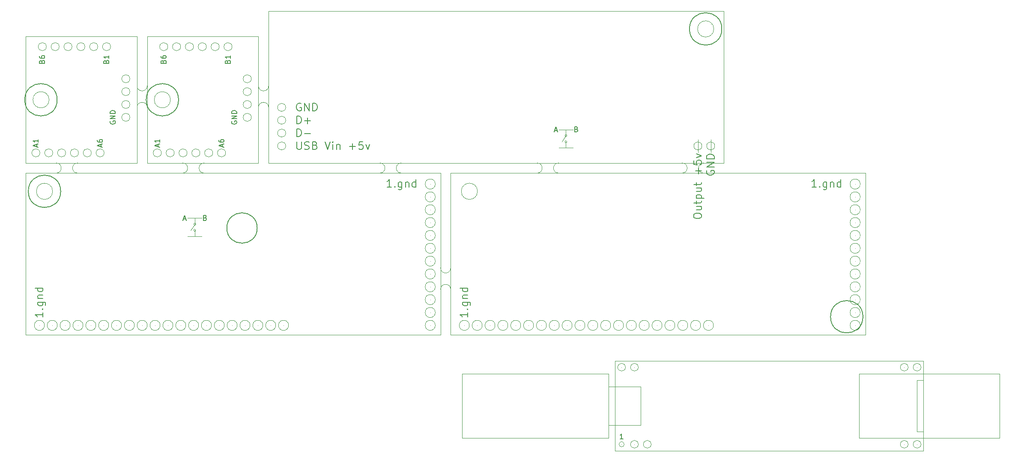
<source format=gbr>
%TF.GenerationSoftware,KiCad,Pcbnew,(6.0.5)*%
%TF.CreationDate,2022-08-13T10:27:20+02:00*%
%TF.ProjectId,clarinoid-devboard,636c6172-696e-46f6-9964-2d646576626f,rev?*%
%TF.SameCoordinates,Original*%
%TF.FileFunction,Other,Comment*%
%FSLAX46Y46*%
G04 Gerber Fmt 4.6, Leading zero omitted, Abs format (unit mm)*
G04 Created by KiCad (PCBNEW (6.0.5)) date 2022-08-13 10:27:20*
%MOMM*%
%LPD*%
G01*
G04 APERTURE LIST*
%ADD10C,0.150000*%
%ADD11C,0.120000*%
%ADD12C,0.100000*%
G04 APERTURE END LIST*
D10*
%TO.C,U39*%
X187835983Y-95900867D02*
X187835983Y-95607534D01*
X187909317Y-95460867D01*
X188055983Y-95314200D01*
X188349317Y-95240867D01*
X188862650Y-95240867D01*
X189155983Y-95314200D01*
X189302650Y-95460867D01*
X189375983Y-95607534D01*
X189375983Y-95900867D01*
X189302650Y-96047534D01*
X189155983Y-96194200D01*
X188862650Y-96267534D01*
X188349317Y-96267534D01*
X188055983Y-96194200D01*
X187909317Y-96047534D01*
X187835983Y-95900867D01*
X188349317Y-93920867D02*
X189375983Y-93920867D01*
X188349317Y-94580867D02*
X189155983Y-94580867D01*
X189302650Y-94507534D01*
X189375983Y-94360867D01*
X189375983Y-94140867D01*
X189302650Y-93994200D01*
X189229317Y-93920867D01*
X188349317Y-93407534D02*
X188349317Y-92820867D01*
X187835983Y-93187534D02*
X189155983Y-93187534D01*
X189302650Y-93114200D01*
X189375983Y-92967534D01*
X189375983Y-92820867D01*
X188349317Y-92307534D02*
X189889317Y-92307534D01*
X188422650Y-92307534D02*
X188349317Y-92160867D01*
X188349317Y-91867534D01*
X188422650Y-91720867D01*
X188495983Y-91647534D01*
X188642650Y-91574200D01*
X189082650Y-91574200D01*
X189229317Y-91647534D01*
X189302650Y-91720867D01*
X189375983Y-91867534D01*
X189375983Y-92160867D01*
X189302650Y-92307534D01*
X188349317Y-90254200D02*
X189375983Y-90254200D01*
X188349317Y-90914200D02*
X189155983Y-90914200D01*
X189302650Y-90840867D01*
X189375983Y-90694200D01*
X189375983Y-90474200D01*
X189302650Y-90327534D01*
X189229317Y-90254200D01*
X188349317Y-89740867D02*
X188349317Y-89154200D01*
X187835983Y-89520867D02*
X189155983Y-89520867D01*
X189302650Y-89447534D01*
X189375983Y-89300867D01*
X189375983Y-89154200D01*
X188789317Y-87467534D02*
X188789317Y-86294200D01*
X189375983Y-86880867D02*
X188202650Y-86880867D01*
X187835983Y-84827534D02*
X187835983Y-85560867D01*
X188569317Y-85634200D01*
X188495983Y-85560867D01*
X188422650Y-85414200D01*
X188422650Y-85047534D01*
X188495983Y-84900867D01*
X188569317Y-84827534D01*
X188715983Y-84754200D01*
X189082650Y-84754200D01*
X189229317Y-84827534D01*
X189302650Y-84900867D01*
X189375983Y-85047534D01*
X189375983Y-85414200D01*
X189302650Y-85560867D01*
X189229317Y-85634200D01*
X188349317Y-84240867D02*
X189375983Y-83874200D01*
X188349317Y-83507534D01*
X109403483Y-80076700D02*
X109403483Y-78536700D01*
X109770150Y-78536700D01*
X109990150Y-78610034D01*
X110136817Y-78756700D01*
X110210150Y-78903367D01*
X110283483Y-79196700D01*
X110283483Y-79416700D01*
X110210150Y-79710034D01*
X110136817Y-79856700D01*
X109990150Y-80003367D01*
X109770150Y-80076700D01*
X109403483Y-80076700D01*
X110943483Y-79490034D02*
X112116817Y-79490034D01*
X190449317Y-86807534D02*
X190375983Y-86954200D01*
X190375983Y-87174200D01*
X190449317Y-87394200D01*
X190595983Y-87540867D01*
X190742650Y-87614200D01*
X191035983Y-87687534D01*
X191255983Y-87687534D01*
X191549317Y-87614200D01*
X191695983Y-87540867D01*
X191842650Y-87394200D01*
X191915983Y-87174200D01*
X191915983Y-87027534D01*
X191842650Y-86807534D01*
X191769317Y-86734200D01*
X191255983Y-86734200D01*
X191255983Y-87027534D01*
X191915983Y-86074200D02*
X190375983Y-86074200D01*
X191915983Y-85194200D01*
X190375983Y-85194200D01*
X191915983Y-84460867D02*
X190375983Y-84460867D01*
X190375983Y-84094200D01*
X190449317Y-83874200D01*
X190595983Y-83727534D01*
X190742650Y-83654200D01*
X191035983Y-83580867D01*
X191255983Y-83580867D01*
X191549317Y-83654200D01*
X191695983Y-83727534D01*
X191842650Y-83874200D01*
X191915983Y-84094200D01*
X191915983Y-84460867D01*
X110210150Y-73530034D02*
X110063483Y-73456700D01*
X109843483Y-73456700D01*
X109623483Y-73530034D01*
X109476817Y-73676700D01*
X109403483Y-73823367D01*
X109330150Y-74116700D01*
X109330150Y-74336700D01*
X109403483Y-74630034D01*
X109476817Y-74776700D01*
X109623483Y-74923367D01*
X109843483Y-74996700D01*
X109990150Y-74996700D01*
X110210150Y-74923367D01*
X110283483Y-74850034D01*
X110283483Y-74336700D01*
X109990150Y-74336700D01*
X110943483Y-74996700D02*
X110943483Y-73456700D01*
X111823483Y-74996700D01*
X111823483Y-73456700D01*
X112556817Y-74996700D02*
X112556817Y-73456700D01*
X112923483Y-73456700D01*
X113143483Y-73530034D01*
X113290150Y-73676700D01*
X113363483Y-73823367D01*
X113436817Y-74116700D01*
X113436817Y-74336700D01*
X113363483Y-74630034D01*
X113290150Y-74776700D01*
X113143483Y-74923367D01*
X112923483Y-74996700D01*
X112556817Y-74996700D01*
X109403483Y-81076700D02*
X109403483Y-82323367D01*
X109476817Y-82470034D01*
X109550150Y-82543367D01*
X109696817Y-82616700D01*
X109990150Y-82616700D01*
X110136817Y-82543367D01*
X110210150Y-82470034D01*
X110283483Y-82323367D01*
X110283483Y-81076700D01*
X110943483Y-82543367D02*
X111163483Y-82616700D01*
X111530150Y-82616700D01*
X111676817Y-82543367D01*
X111750150Y-82470034D01*
X111823483Y-82323367D01*
X111823483Y-82176700D01*
X111750150Y-82030034D01*
X111676817Y-81956700D01*
X111530150Y-81883367D01*
X111236817Y-81810034D01*
X111090150Y-81736700D01*
X111016817Y-81663367D01*
X110943483Y-81516700D01*
X110943483Y-81370034D01*
X111016817Y-81223367D01*
X111090150Y-81150034D01*
X111236817Y-81076700D01*
X111603483Y-81076700D01*
X111823483Y-81150034D01*
X112996817Y-81810034D02*
X113216817Y-81883367D01*
X113290150Y-81956700D01*
X113363483Y-82103367D01*
X113363483Y-82323367D01*
X113290150Y-82470034D01*
X113216817Y-82543367D01*
X113070150Y-82616700D01*
X112483483Y-82616700D01*
X112483483Y-81076700D01*
X112996817Y-81076700D01*
X113143483Y-81150034D01*
X113216817Y-81223367D01*
X113290150Y-81370034D01*
X113290150Y-81516700D01*
X113216817Y-81663367D01*
X113143483Y-81736700D01*
X112996817Y-81810034D01*
X112483483Y-81810034D01*
X114976817Y-81076700D02*
X115490150Y-82616700D01*
X116003483Y-81076700D01*
X116516817Y-82616700D02*
X116516817Y-81590034D01*
X116516817Y-81076700D02*
X116443483Y-81150034D01*
X116516817Y-81223367D01*
X116590150Y-81150034D01*
X116516817Y-81076700D01*
X116516817Y-81223367D01*
X117250150Y-81590034D02*
X117250150Y-82616700D01*
X117250150Y-81736700D02*
X117323483Y-81663367D01*
X117470150Y-81590034D01*
X117690150Y-81590034D01*
X117836817Y-81663367D01*
X117910150Y-81810034D01*
X117910150Y-82616700D01*
X119816817Y-82030034D02*
X120990150Y-82030034D01*
X120403483Y-82616700D02*
X120403483Y-81443367D01*
X122456817Y-81076700D02*
X121723483Y-81076700D01*
X121650150Y-81810034D01*
X121723483Y-81736700D01*
X121870150Y-81663367D01*
X122236817Y-81663367D01*
X122383483Y-81736700D01*
X122456817Y-81810034D01*
X122530150Y-81956700D01*
X122530150Y-82323367D01*
X122456817Y-82470034D01*
X122383483Y-82543367D01*
X122236817Y-82616700D01*
X121870150Y-82616700D01*
X121723483Y-82543367D01*
X121650150Y-82470034D01*
X123043483Y-81590034D02*
X123410150Y-82616700D01*
X123776817Y-81590034D01*
X109403483Y-77536700D02*
X109403483Y-75996700D01*
X109770150Y-75996700D01*
X109990150Y-76070034D01*
X110136817Y-76216700D01*
X110210150Y-76363367D01*
X110283483Y-76656700D01*
X110283483Y-76876700D01*
X110210150Y-77170034D01*
X110136817Y-77316700D01*
X109990150Y-77463367D01*
X109770150Y-77536700D01*
X109403483Y-77536700D01*
X110943483Y-76950034D02*
X112116817Y-76950034D01*
X111530150Y-77536700D02*
X111530150Y-76363367D01*
%TO.C,SW6*%
X91280745Y-96128605D02*
X91423602Y-96176224D01*
X91471221Y-96223843D01*
X91518840Y-96319081D01*
X91518840Y-96461938D01*
X91471221Y-96557176D01*
X91423602Y-96604795D01*
X91328364Y-96652414D01*
X90947412Y-96652414D01*
X90947412Y-95652414D01*
X91280745Y-95652414D01*
X91375983Y-95700034D01*
X91423602Y-95747653D01*
X91471221Y-95842891D01*
X91471221Y-95938129D01*
X91423602Y-96033367D01*
X91375983Y-96080986D01*
X91280745Y-96128605D01*
X90947412Y-96128605D01*
X86971221Y-96366700D02*
X87447412Y-96366700D01*
X86875983Y-96652414D02*
X87209317Y-95652414D01*
X87542650Y-96652414D01*
%TO.C,U47*%
X83007888Y-65244795D02*
X83055507Y-65101938D01*
X83103126Y-65054319D01*
X83198364Y-65006700D01*
X83341221Y-65006700D01*
X83436459Y-65054319D01*
X83484078Y-65101938D01*
X83531697Y-65197176D01*
X83531697Y-65578129D01*
X82531697Y-65578129D01*
X82531697Y-65244795D01*
X82579317Y-65149557D01*
X82626936Y-65101938D01*
X82722174Y-65054319D01*
X82817412Y-65054319D01*
X82912650Y-65101938D01*
X82960269Y-65149557D01*
X83007888Y-65244795D01*
X83007888Y-65578129D01*
X82531697Y-64149557D02*
X82531697Y-64340034D01*
X82579317Y-64435272D01*
X82626936Y-64482891D01*
X82769793Y-64578129D01*
X82960269Y-64625748D01*
X83341221Y-64625748D01*
X83436459Y-64578129D01*
X83484078Y-64530510D01*
X83531697Y-64435272D01*
X83531697Y-64244795D01*
X83484078Y-64149557D01*
X83436459Y-64101938D01*
X83341221Y-64054319D01*
X83103126Y-64054319D01*
X83007888Y-64101938D01*
X82960269Y-64149557D01*
X82912650Y-64244795D01*
X82912650Y-64435272D01*
X82960269Y-64530510D01*
X83007888Y-64578129D01*
X83103126Y-64625748D01*
X96549317Y-77031938D02*
X96501697Y-77127176D01*
X96501697Y-77270034D01*
X96549317Y-77412891D01*
X96644555Y-77508129D01*
X96739793Y-77555748D01*
X96930269Y-77603367D01*
X97073126Y-77603367D01*
X97263602Y-77555748D01*
X97358840Y-77508129D01*
X97454078Y-77412891D01*
X97501697Y-77270034D01*
X97501697Y-77174795D01*
X97454078Y-77031938D01*
X97406459Y-76984319D01*
X97073126Y-76984319D01*
X97073126Y-77174795D01*
X97501697Y-76555748D02*
X96501697Y-76555748D01*
X97501697Y-75984319D01*
X96501697Y-75984319D01*
X97501697Y-75508129D02*
X96501697Y-75508129D01*
X96501697Y-75270034D01*
X96549317Y-75127176D01*
X96644555Y-75031938D01*
X96739793Y-74984319D01*
X96930269Y-74936700D01*
X97073126Y-74936700D01*
X97263602Y-74984319D01*
X97358840Y-75031938D01*
X97454078Y-75127176D01*
X97501697Y-75270034D01*
X97501697Y-75508129D01*
X81975983Y-82064319D02*
X81975983Y-81588129D01*
X82261697Y-82159557D02*
X81261697Y-81826224D01*
X82261697Y-81492891D01*
X82261697Y-80635748D02*
X82261697Y-81207176D01*
X82261697Y-80921462D02*
X81261697Y-80921462D01*
X81404555Y-81016700D01*
X81499793Y-81111938D01*
X81547412Y-81207176D01*
X95707888Y-65244795D02*
X95755507Y-65101938D01*
X95803126Y-65054319D01*
X95898364Y-65006700D01*
X96041221Y-65006700D01*
X96136459Y-65054319D01*
X96184078Y-65101938D01*
X96231697Y-65197176D01*
X96231697Y-65578129D01*
X95231697Y-65578129D01*
X95231697Y-65244795D01*
X95279317Y-65149557D01*
X95326936Y-65101938D01*
X95422174Y-65054319D01*
X95517412Y-65054319D01*
X95612650Y-65101938D01*
X95660269Y-65149557D01*
X95707888Y-65244795D01*
X95707888Y-65578129D01*
X96231697Y-64054319D02*
X96231697Y-64625748D01*
X96231697Y-64340034D02*
X95231697Y-64340034D01*
X95374555Y-64435272D01*
X95469793Y-64530510D01*
X95517412Y-64625748D01*
X94675983Y-82064319D02*
X94675983Y-81588129D01*
X94961697Y-82159557D02*
X93961697Y-81826224D01*
X94961697Y-81492891D01*
X93961697Y-80730986D02*
X93961697Y-80921462D01*
X94009317Y-81016700D01*
X94056936Y-81064319D01*
X94199793Y-81159557D01*
X94390269Y-81207176D01*
X94771221Y-81207176D01*
X94866459Y-81159557D01*
X94914078Y-81111938D01*
X94961697Y-81016700D01*
X94961697Y-80826224D01*
X94914078Y-80730986D01*
X94866459Y-80683367D01*
X94771221Y-80635748D01*
X94533126Y-80635748D01*
X94437888Y-80683367D01*
X94390269Y-80730986D01*
X94342650Y-80826224D01*
X94342650Y-81016700D01*
X94390269Y-81111938D01*
X94437888Y-81159557D01*
X94533126Y-81207176D01*
%TO.C,U6*%
X173885031Y-139848414D02*
X173313602Y-139848414D01*
X173599317Y-139848414D02*
X173599317Y-138848414D01*
X173504078Y-138991272D01*
X173408840Y-139086510D01*
X173313602Y-139134129D01*
%TO.C,U42*%
X143205983Y-114859200D02*
X143205983Y-115739200D01*
X143205983Y-115299200D02*
X141665983Y-115299200D01*
X141885983Y-115445867D01*
X142032650Y-115592534D01*
X142105983Y-115739200D01*
X143059317Y-114199200D02*
X143132650Y-114125867D01*
X143205983Y-114199200D01*
X143132650Y-114272534D01*
X143059317Y-114199200D01*
X143205983Y-114199200D01*
X142179317Y-112805867D02*
X143425983Y-112805867D01*
X143572650Y-112879200D01*
X143645983Y-112952534D01*
X143719317Y-113099200D01*
X143719317Y-113319200D01*
X143645983Y-113465867D01*
X143132650Y-112805867D02*
X143205983Y-112952534D01*
X143205983Y-113245867D01*
X143132650Y-113392534D01*
X143059317Y-113465867D01*
X142912650Y-113539200D01*
X142472650Y-113539200D01*
X142325983Y-113465867D01*
X142252650Y-113392534D01*
X142179317Y-113245867D01*
X142179317Y-112952534D01*
X142252650Y-112805867D01*
X142179317Y-112072534D02*
X143205983Y-112072534D01*
X142325983Y-112072534D02*
X142252650Y-111999200D01*
X142179317Y-111852534D01*
X142179317Y-111632534D01*
X142252650Y-111485867D01*
X142399317Y-111412534D01*
X143205983Y-111412534D01*
X143205983Y-110019200D02*
X141665983Y-110019200D01*
X143132650Y-110019200D02*
X143205983Y-110165867D01*
X143205983Y-110459200D01*
X143132650Y-110605867D01*
X143059317Y-110679200D01*
X142912650Y-110752534D01*
X142472650Y-110752534D01*
X142325983Y-110679200D01*
X142252650Y-110605867D01*
X142179317Y-110459200D01*
X142179317Y-110165867D01*
X142252650Y-110019200D01*
X212095150Y-90091700D02*
X211215150Y-90091700D01*
X211655150Y-90091700D02*
X211655150Y-88551700D01*
X211508483Y-88771700D01*
X211361817Y-88918367D01*
X211215150Y-88991700D01*
X212755150Y-89945034D02*
X212828483Y-90018367D01*
X212755150Y-90091700D01*
X212681817Y-90018367D01*
X212755150Y-89945034D01*
X212755150Y-90091700D01*
X214148483Y-89065034D02*
X214148483Y-90311700D01*
X214075150Y-90458367D01*
X214001817Y-90531700D01*
X213855150Y-90605034D01*
X213635150Y-90605034D01*
X213488483Y-90531700D01*
X214148483Y-90018367D02*
X214001817Y-90091700D01*
X213708483Y-90091700D01*
X213561817Y-90018367D01*
X213488483Y-89945034D01*
X213415150Y-89798367D01*
X213415150Y-89358367D01*
X213488483Y-89211700D01*
X213561817Y-89138367D01*
X213708483Y-89065034D01*
X214001817Y-89065034D01*
X214148483Y-89138367D01*
X214881817Y-89065034D02*
X214881817Y-90091700D01*
X214881817Y-89211700D02*
X214955150Y-89138367D01*
X215101817Y-89065034D01*
X215321817Y-89065034D01*
X215468483Y-89138367D01*
X215541817Y-89285034D01*
X215541817Y-90091700D01*
X216935150Y-90091700D02*
X216935150Y-88551700D01*
X216935150Y-90018367D02*
X216788483Y-90091700D01*
X216495150Y-90091700D01*
X216348483Y-90018367D01*
X216275150Y-89945034D01*
X216201817Y-89798367D01*
X216201817Y-89358367D01*
X216275150Y-89211700D01*
X216348483Y-89138367D01*
X216495150Y-89065034D01*
X216788483Y-89065034D01*
X216935150Y-89138367D01*
%TO.C,U46*%
X72549317Y-77031938D02*
X72501697Y-77127176D01*
X72501697Y-77270034D01*
X72549317Y-77412891D01*
X72644555Y-77508129D01*
X72739793Y-77555748D01*
X72930269Y-77603367D01*
X73073126Y-77603367D01*
X73263602Y-77555748D01*
X73358840Y-77508129D01*
X73454078Y-77412891D01*
X73501697Y-77270034D01*
X73501697Y-77174795D01*
X73454078Y-77031938D01*
X73406459Y-76984319D01*
X73073126Y-76984319D01*
X73073126Y-77174795D01*
X73501697Y-76555748D02*
X72501697Y-76555748D01*
X73501697Y-75984319D01*
X72501697Y-75984319D01*
X73501697Y-75508129D02*
X72501697Y-75508129D01*
X72501697Y-75270034D01*
X72549317Y-75127176D01*
X72644555Y-75031938D01*
X72739793Y-74984319D01*
X72930269Y-74936700D01*
X73073126Y-74936700D01*
X73263602Y-74984319D01*
X73358840Y-75031938D01*
X73454078Y-75127176D01*
X73501697Y-75270034D01*
X73501697Y-75508129D01*
X57975983Y-82064319D02*
X57975983Y-81588129D01*
X58261697Y-82159557D02*
X57261697Y-81826224D01*
X58261697Y-81492891D01*
X58261697Y-80635748D02*
X58261697Y-81207176D01*
X58261697Y-80921462D02*
X57261697Y-80921462D01*
X57404555Y-81016700D01*
X57499793Y-81111938D01*
X57547412Y-81207176D01*
X59007888Y-65244795D02*
X59055507Y-65101938D01*
X59103126Y-65054319D01*
X59198364Y-65006700D01*
X59341221Y-65006700D01*
X59436459Y-65054319D01*
X59484078Y-65101938D01*
X59531697Y-65197176D01*
X59531697Y-65578129D01*
X58531697Y-65578129D01*
X58531697Y-65244795D01*
X58579317Y-65149557D01*
X58626936Y-65101938D01*
X58722174Y-65054319D01*
X58817412Y-65054319D01*
X58912650Y-65101938D01*
X58960269Y-65149557D01*
X59007888Y-65244795D01*
X59007888Y-65578129D01*
X58531697Y-64149557D02*
X58531697Y-64340034D01*
X58579317Y-64435272D01*
X58626936Y-64482891D01*
X58769793Y-64578129D01*
X58960269Y-64625748D01*
X59341221Y-64625748D01*
X59436459Y-64578129D01*
X59484078Y-64530510D01*
X59531697Y-64435272D01*
X59531697Y-64244795D01*
X59484078Y-64149557D01*
X59436459Y-64101938D01*
X59341221Y-64054319D01*
X59103126Y-64054319D01*
X59007888Y-64101938D01*
X58960269Y-64149557D01*
X58912650Y-64244795D01*
X58912650Y-64435272D01*
X58960269Y-64530510D01*
X59007888Y-64578129D01*
X59103126Y-64625748D01*
X70675983Y-82064319D02*
X70675983Y-81588129D01*
X70961697Y-82159557D02*
X69961697Y-81826224D01*
X70961697Y-81492891D01*
X69961697Y-80730986D02*
X69961697Y-80921462D01*
X70009317Y-81016700D01*
X70056936Y-81064319D01*
X70199793Y-81159557D01*
X70390269Y-81207176D01*
X70771221Y-81207176D01*
X70866459Y-81159557D01*
X70914078Y-81111938D01*
X70961697Y-81016700D01*
X70961697Y-80826224D01*
X70914078Y-80730986D01*
X70866459Y-80683367D01*
X70771221Y-80635748D01*
X70533126Y-80635748D01*
X70437888Y-80683367D01*
X70390269Y-80730986D01*
X70342650Y-80826224D01*
X70342650Y-81016700D01*
X70390269Y-81111938D01*
X70437888Y-81159557D01*
X70533126Y-81207176D01*
X71707888Y-65244795D02*
X71755507Y-65101938D01*
X71803126Y-65054319D01*
X71898364Y-65006700D01*
X72041221Y-65006700D01*
X72136459Y-65054319D01*
X72184078Y-65101938D01*
X72231697Y-65197176D01*
X72231697Y-65578129D01*
X71231697Y-65578129D01*
X71231697Y-65244795D01*
X71279317Y-65149557D01*
X71326936Y-65101938D01*
X71422174Y-65054319D01*
X71517412Y-65054319D01*
X71612650Y-65101938D01*
X71660269Y-65149557D01*
X71707888Y-65244795D01*
X71707888Y-65578129D01*
X72231697Y-64054319D02*
X72231697Y-64625748D01*
X72231697Y-64340034D02*
X71231697Y-64340034D01*
X71374555Y-64435272D01*
X71469793Y-64530510D01*
X71517412Y-64625748D01*
%TO.C,U43*%
X128095150Y-90091734D02*
X127215150Y-90091734D01*
X127655150Y-90091734D02*
X127655150Y-88551734D01*
X127508483Y-88771734D01*
X127361817Y-88918401D01*
X127215150Y-88991734D01*
X128755150Y-89945068D02*
X128828483Y-90018401D01*
X128755150Y-90091734D01*
X128681817Y-90018401D01*
X128755150Y-89945068D01*
X128755150Y-90091734D01*
X130148483Y-89065068D02*
X130148483Y-90311734D01*
X130075150Y-90458401D01*
X130001817Y-90531734D01*
X129855150Y-90605068D01*
X129635150Y-90605068D01*
X129488483Y-90531734D01*
X130148483Y-90018401D02*
X130001817Y-90091734D01*
X129708483Y-90091734D01*
X129561817Y-90018401D01*
X129488483Y-89945068D01*
X129415150Y-89798401D01*
X129415150Y-89358401D01*
X129488483Y-89211734D01*
X129561817Y-89138401D01*
X129708483Y-89065068D01*
X130001817Y-89065068D01*
X130148483Y-89138401D01*
X130881817Y-89065068D02*
X130881817Y-90091734D01*
X130881817Y-89211734D02*
X130955150Y-89138401D01*
X131101817Y-89065068D01*
X131321817Y-89065068D01*
X131468483Y-89138401D01*
X131541817Y-89285068D01*
X131541817Y-90091734D01*
X132935150Y-90091734D02*
X132935150Y-88551734D01*
X132935150Y-90018401D02*
X132788483Y-90091734D01*
X132495150Y-90091734D01*
X132348483Y-90018401D01*
X132275150Y-89945068D01*
X132201817Y-89798401D01*
X132201817Y-89358401D01*
X132275150Y-89211734D01*
X132348483Y-89138401D01*
X132495150Y-89065068D01*
X132788483Y-89065068D01*
X132935150Y-89138401D01*
X59205983Y-114859234D02*
X59205983Y-115739234D01*
X59205983Y-115299234D02*
X57665983Y-115299234D01*
X57885983Y-115445901D01*
X58032650Y-115592568D01*
X58105983Y-115739234D01*
X59059317Y-114199234D02*
X59132650Y-114125901D01*
X59205983Y-114199234D01*
X59132650Y-114272568D01*
X59059317Y-114199234D01*
X59205983Y-114199234D01*
X58179317Y-112805901D02*
X59425983Y-112805901D01*
X59572650Y-112879234D01*
X59645983Y-112952568D01*
X59719317Y-113099234D01*
X59719317Y-113319234D01*
X59645983Y-113465901D01*
X59132650Y-112805901D02*
X59205983Y-112952568D01*
X59205983Y-113245901D01*
X59132650Y-113392568D01*
X59059317Y-113465901D01*
X58912650Y-113539234D01*
X58472650Y-113539234D01*
X58325983Y-113465901D01*
X58252650Y-113392568D01*
X58179317Y-113245901D01*
X58179317Y-112952568D01*
X58252650Y-112805901D01*
X58179317Y-112072568D02*
X59205983Y-112072568D01*
X58325983Y-112072568D02*
X58252650Y-111999234D01*
X58179317Y-111852568D01*
X58179317Y-111632568D01*
X58252650Y-111485901D01*
X58399317Y-111412568D01*
X59205983Y-111412568D01*
X59205983Y-110019234D02*
X57665983Y-110019234D01*
X59132650Y-110019234D02*
X59205983Y-110165901D01*
X59205983Y-110459234D01*
X59132650Y-110605901D01*
X59059317Y-110679234D01*
X58912650Y-110752568D01*
X58472650Y-110752568D01*
X58325983Y-110679234D01*
X58252650Y-110605901D01*
X58179317Y-110459234D01*
X58179317Y-110165901D01*
X58252650Y-110019234D01*
%TO.C,SW1*%
X164650745Y-78628605D02*
X164793602Y-78676224D01*
X164841221Y-78723843D01*
X164888840Y-78819081D01*
X164888840Y-78961938D01*
X164841221Y-79057176D01*
X164793602Y-79104795D01*
X164698364Y-79152414D01*
X164317412Y-79152414D01*
X164317412Y-78152414D01*
X164650745Y-78152414D01*
X164745983Y-78200034D01*
X164793602Y-78247653D01*
X164841221Y-78342891D01*
X164841221Y-78438129D01*
X164793602Y-78533367D01*
X164745983Y-78580986D01*
X164650745Y-78628605D01*
X164317412Y-78628605D01*
X160341221Y-78866700D02*
X160817412Y-78866700D01*
X160245983Y-79152414D02*
X160579317Y-78152414D01*
X160912650Y-79152414D01*
D11*
%TO.C,U39*%
X188679317Y-80650034D02*
X188679317Y-83190034D01*
X191219317Y-80650034D02*
X191219317Y-83190034D01*
X103809317Y-55300034D02*
X193809317Y-55300034D01*
X193809317Y-55300034D02*
X193809317Y-85300034D01*
X193809317Y-85300034D02*
X103809317Y-85300034D01*
X103809317Y-85300034D02*
X103809317Y-55300034D01*
X191219317Y-57790034D02*
G75*
G03*
X191219317Y-57790034I0J0D01*
G01*
X107199317Y-79380034D02*
G75*
G03*
X107199317Y-79380034I-800000J0D01*
G01*
X107199317Y-76840034D02*
G75*
G03*
X107199317Y-76840034I-800000J0D01*
G01*
X107199317Y-74300034D02*
G75*
G03*
X107199317Y-74300034I-800000J0D01*
G01*
X192019317Y-81920034D02*
G75*
G03*
X192019317Y-81920034I-800000J0D01*
G01*
X189479317Y-81920034D02*
G75*
G03*
X189479317Y-81920034I-800000J0D01*
G01*
X191819317Y-58790034D02*
G75*
G03*
X191819317Y-58790034I-1600000J0D01*
G01*
X107199317Y-81920034D02*
G75*
G03*
X107199317Y-81920034I-800000J0D01*
G01*
D10*
%TO.C,H10*%
X221309317Y-115700034D02*
G75*
G03*
X221309317Y-115700034I-3200000J0D01*
G01*
D12*
%TO.C,U53*%
X91059317Y-85300004D02*
G75*
G03*
X91059317Y-87300004I0J-1000000D01*
G01*
X86809317Y-87300004D02*
G75*
G03*
X86809317Y-85300004I0J1000000D01*
G01*
D11*
X85809317Y-87300004D02*
X91809317Y-87300004D01*
X85809317Y-85300004D02*
X91809317Y-85300004D01*
%TO.C,SW6*%
X87809317Y-96200034D02*
X90609317Y-96200034D01*
X89209317Y-97400034D02*
X88409317Y-98600034D01*
X90609317Y-99800034D02*
X87809317Y-99800034D01*
X89209317Y-99800034D02*
X89209317Y-98600034D01*
X89209317Y-96200034D02*
X89209317Y-97400034D01*
X89409317Y-97400034D02*
G75*
G03*
X89409317Y-97400034I-200000J0D01*
G01*
X89409317Y-98600034D02*
G75*
G03*
X89409317Y-98600034I-200000J0D01*
G01*
%TO.C,U50*%
X124809317Y-87300034D02*
X130809317Y-87300034D01*
X124809317Y-85300034D02*
X130809317Y-85300034D01*
D12*
X125809317Y-87300034D02*
G75*
G03*
X125809317Y-85300034I0J1000000D01*
G01*
X130059317Y-85300034D02*
G75*
G03*
X130059317Y-87300034I0J-1000000D01*
G01*
D10*
%TO.C,H4*%
X101556672Y-98155034D02*
G75*
G03*
X101556672Y-98155034I-3000000J0D01*
G01*
D12*
%TO.C,U56*%
X79809317Y-74300034D02*
G75*
G03*
X77809317Y-74300034I-1000000J0D01*
G01*
X77809317Y-70050034D02*
G75*
G03*
X79809317Y-70050034I1000000J0D01*
G01*
D11*
X77809317Y-75300034D02*
X77809317Y-69300034D01*
X79809317Y-75300034D02*
X79809317Y-69300034D01*
D12*
%TO.C,U65*%
X139809317Y-110300068D02*
G75*
G03*
X137809317Y-110300068I-1000000J0D01*
G01*
X137809317Y-106050068D02*
G75*
G03*
X139809317Y-106050068I1000000J0D01*
G01*
D11*
X137809317Y-111300068D02*
X137809317Y-105300068D01*
X139809317Y-111300068D02*
X139809317Y-105300068D01*
D12*
%TO.C,U49*%
X156889304Y-87300034D02*
G75*
G03*
X156889304Y-85300034I0J1000000D01*
G01*
X161139304Y-85300034D02*
G75*
G03*
X161139304Y-87300034I0J-1000000D01*
G01*
D11*
X155889304Y-85300034D02*
X161889304Y-85300034D01*
X155889304Y-87300034D02*
X161889304Y-87300034D01*
%TO.C,U47*%
X100389317Y-68650034D02*
G75*
G03*
X100389317Y-68650034I-800000J0D01*
G01*
X100389317Y-73730034D02*
G75*
G03*
X100389317Y-73730034I-800000J0D01*
G01*
X83879317Y-62300034D02*
G75*
G03*
X83879317Y-62300034I-800000J0D01*
G01*
X91499317Y-62300034D02*
G75*
G03*
X91499317Y-62300034I-800000J0D01*
G01*
X87689317Y-83300034D02*
G75*
G03*
X87689317Y-83300034I-800000J0D01*
G01*
X88959317Y-62300034D02*
G75*
G03*
X88959317Y-62300034I-800000J0D01*
G01*
X84409317Y-72800034D02*
G75*
G03*
X84409317Y-72800034I-1600000J0D01*
G01*
X95309317Y-83300034D02*
G75*
G03*
X95309317Y-83300034I-800000J0D01*
G01*
X96579317Y-62300034D02*
G75*
G03*
X96579317Y-62300034I-800000J0D01*
G01*
X94039317Y-62300034D02*
G75*
G03*
X94039317Y-62300034I-800000J0D01*
G01*
X86419317Y-62300034D02*
G75*
G03*
X86419317Y-62300034I-800000J0D01*
G01*
X90229317Y-83300034D02*
G75*
G03*
X90229317Y-83300034I-800000J0D01*
G01*
X85149317Y-83300034D02*
G75*
G03*
X85149317Y-83300034I-800000J0D01*
G01*
X100389317Y-76270034D02*
G75*
G03*
X100389317Y-76270034I-800000J0D01*
G01*
X100389317Y-71190034D02*
G75*
G03*
X100389317Y-71190034I-800000J0D01*
G01*
X82609317Y-83300034D02*
G75*
G03*
X82609317Y-83300034I-800000J0D01*
G01*
X92769317Y-83300034D02*
G75*
G03*
X92769317Y-83300034I-800000J0D01*
G01*
X79809317Y-85300034D02*
X101809317Y-85300034D01*
X101809317Y-85300034D02*
X101809317Y-60300034D01*
X101809317Y-60300034D02*
X79809317Y-60300034D01*
X79809317Y-60300034D02*
X79809317Y-85300034D01*
D10*
%TO.C,H11*%
X62009317Y-72800034D02*
G75*
G03*
X62009317Y-72800034I-3200000J0D01*
G01*
%TO.C,H12*%
X86009317Y-72800034D02*
G75*
G03*
X86009317Y-72800034I-3200000J0D01*
G01*
%TO.C,H9*%
X62709317Y-90900034D02*
G75*
G03*
X62709317Y-90900034I-3200000J0D01*
G01*
D11*
%TO.C,U6*%
X172329317Y-124410034D02*
X233289317Y-124410034D01*
X233289317Y-124410034D02*
X233289317Y-142190034D01*
X233289317Y-142190034D02*
X172329317Y-142190034D01*
X172329317Y-142190034D02*
X172329317Y-124410034D01*
X232019317Y-128220034D02*
X233289317Y-128220034D01*
X233289317Y-128220034D02*
X233289317Y-138380034D01*
X233289317Y-138380034D02*
X232019317Y-138380034D01*
X232019317Y-138380034D02*
X232019317Y-128220034D01*
X220589317Y-126950034D02*
X233289317Y-126950034D01*
X233289317Y-126950034D02*
X233289317Y-139650034D01*
X233289317Y-139650034D02*
X220589317Y-139650034D01*
X220589317Y-139650034D02*
X220589317Y-126950034D01*
X171059317Y-129490034D02*
X177409317Y-129490034D01*
X177409317Y-129490034D02*
X177409317Y-137110034D01*
X177409317Y-137110034D02*
X171059317Y-137110034D01*
X171059317Y-137110034D02*
X171059317Y-129490034D01*
X142059317Y-139650034D02*
X171059317Y-139650034D01*
X171059317Y-139650034D02*
X171059317Y-126950034D01*
X171059317Y-126950034D02*
X142059317Y-126950034D01*
X142059317Y-126950034D02*
X142059317Y-139650034D01*
X233289317Y-139650034D02*
X248289317Y-139650034D01*
X248289317Y-139650034D02*
X248289317Y-126950034D01*
X248289317Y-126950034D02*
X233289317Y-126950034D01*
X233289317Y-126950034D02*
X233289317Y-139650034D01*
X230241317Y-140920034D02*
G75*
G03*
X230241317Y-140920034I-762000J0D01*
G01*
X232781317Y-140920034D02*
G75*
G03*
X232781317Y-140920034I-762000J0D01*
G01*
X232019317Y-125680034D02*
G75*
G03*
X232019317Y-125680034I0J0D01*
G01*
X176901317Y-125680034D02*
G75*
G03*
X176901317Y-125680034I-762000J0D01*
G01*
X179441317Y-140920034D02*
G75*
G03*
X179441317Y-140920034I-762000J0D01*
G01*
X229479317Y-140920034D02*
G75*
G03*
X229479317Y-140920034I0J0D01*
G01*
X230241317Y-125680034D02*
G75*
G03*
X230241317Y-125680034I-762000J0D01*
G01*
X174107317Y-140920034D02*
G75*
G03*
X174107317Y-140920034I-508000J0D01*
G01*
X176139317Y-125680034D02*
G75*
G03*
X176139317Y-125680034I0J0D01*
G01*
X173599317Y-140920034D02*
G75*
G03*
X173599317Y-140920034I0J0D01*
G01*
X174361317Y-125680034D02*
G75*
G03*
X174361317Y-125680034I-762000J0D01*
G01*
X176139317Y-140920034D02*
G75*
G03*
X176139317Y-140920034I0J0D01*
G01*
X176901317Y-140920034D02*
G75*
G03*
X176901317Y-140920034I-762000J0D01*
G01*
X229479317Y-125680034D02*
G75*
G03*
X229479317Y-125680034I0J0D01*
G01*
X173599317Y-125680034D02*
G75*
G03*
X173599317Y-125680034I0J0D01*
G01*
X232019317Y-140920034D02*
G75*
G03*
X232019317Y-140920034I0J0D01*
G01*
X232781317Y-125680034D02*
G75*
G03*
X232781317Y-125680034I-762000J0D01*
G01*
%TO.C,U42*%
X219769317Y-109780034D02*
G75*
G03*
X219769317Y-109780034I0J0D01*
G01*
X190769317Y-117400034D02*
G75*
G03*
X190769317Y-117400034I0J0D01*
G01*
X220769317Y-109780034D02*
G75*
G03*
X220769317Y-109780034I-1000000J0D01*
G01*
X220769317Y-114860034D02*
G75*
G03*
X220769317Y-114860034I-1000000J0D01*
G01*
X181609317Y-117400034D02*
G75*
G03*
X181609317Y-117400034I-1000000J0D01*
G01*
X219769317Y-97080034D02*
G75*
G03*
X219769317Y-97080034I0J0D01*
G01*
X158749317Y-117400034D02*
G75*
G03*
X158749317Y-117400034I-1000000J0D01*
G01*
X220769317Y-89460034D02*
G75*
G03*
X220769317Y-89460034I-1000000J0D01*
G01*
X219769317Y-112320034D02*
G75*
G03*
X219769317Y-112320034I0J0D01*
G01*
X153669317Y-117400034D02*
G75*
G03*
X153669317Y-117400034I-1000000J0D01*
G01*
X219769317Y-92000034D02*
G75*
G03*
X219769317Y-92000034I0J0D01*
G01*
X142509317Y-117400034D02*
G75*
G03*
X142509317Y-117400034I0J0D01*
G01*
X188229317Y-117400034D02*
G75*
G03*
X188229317Y-117400034I0J0D01*
G01*
X219769317Y-89460034D02*
G75*
G03*
X219769317Y-89460034I0J0D01*
G01*
X185689317Y-117400034D02*
G75*
G03*
X185689317Y-117400034I0J0D01*
G01*
X186689317Y-117400034D02*
G75*
G03*
X186689317Y-117400034I-1000000J0D01*
G01*
X220769317Y-99620034D02*
G75*
G03*
X220769317Y-99620034I-1000000J0D01*
G01*
X220769317Y-107240034D02*
G75*
G03*
X220769317Y-107240034I-1000000J0D01*
G01*
X162829317Y-117400034D02*
G75*
G03*
X162829317Y-117400034I0J0D01*
G01*
X163829317Y-117400034D02*
G75*
G03*
X163829317Y-117400034I-1000000J0D01*
G01*
X220769317Y-92000034D02*
G75*
G03*
X220769317Y-92000034I-1000000J0D01*
G01*
X179069317Y-117400034D02*
G75*
G03*
X179069317Y-117400034I-1000000J0D01*
G01*
X148589317Y-117400034D02*
G75*
G03*
X148589317Y-117400034I-1000000J0D01*
G01*
X219769317Y-102160034D02*
G75*
G03*
X219769317Y-102160034I0J0D01*
G01*
X145049317Y-117400034D02*
G75*
G03*
X145049317Y-117400034I0J0D01*
G01*
X191769317Y-117400034D02*
G75*
G03*
X191769317Y-117400034I-1000000J0D01*
G01*
X155209317Y-117400034D02*
G75*
G03*
X155209317Y-117400034I0J0D01*
G01*
X143509317Y-117400034D02*
G75*
G03*
X143509317Y-117400034I-1000000J0D01*
G01*
X147589317Y-117400034D02*
G75*
G03*
X147589317Y-117400034I0J0D01*
G01*
X178069317Y-117400034D02*
G75*
G03*
X178069317Y-117400034I0J0D01*
G01*
X172989317Y-117400034D02*
G75*
G03*
X172989317Y-117400034I0J0D01*
G01*
X220769317Y-104700034D02*
G75*
G03*
X220769317Y-104700034I-1000000J0D01*
G01*
X220769317Y-97080034D02*
G75*
G03*
X220769317Y-97080034I-1000000J0D01*
G01*
X219769317Y-107240034D02*
G75*
G03*
X219769317Y-107240034I0J0D01*
G01*
X151129317Y-117400034D02*
G75*
G03*
X151129317Y-117400034I-1000000J0D01*
G01*
X175529317Y-117400034D02*
G75*
G03*
X175529317Y-117400034I0J0D01*
G01*
X167909317Y-117400034D02*
G75*
G03*
X167909317Y-117400034I0J0D01*
G01*
X166369317Y-117400034D02*
G75*
G03*
X166369317Y-117400034I-1000000J0D01*
G01*
X168909317Y-117400034D02*
G75*
G03*
X168909317Y-117400034I-1000000J0D01*
G01*
X220769317Y-102160034D02*
G75*
G03*
X220769317Y-102160034I-1000000J0D01*
G01*
X183149317Y-117400034D02*
G75*
G03*
X183149317Y-117400034I0J0D01*
G01*
X219769317Y-94540034D02*
G75*
G03*
X219769317Y-94540034I0J0D01*
G01*
X180609317Y-117400034D02*
G75*
G03*
X180609317Y-117400034I0J0D01*
G01*
X161289317Y-117400034D02*
G75*
G03*
X161289317Y-117400034I-1000000J0D01*
G01*
X184149317Y-117400034D02*
G75*
G03*
X184149317Y-117400034I-1000000J0D01*
G01*
X220769317Y-112320034D02*
G75*
G03*
X220769317Y-112320034I-1000000J0D01*
G01*
X170449317Y-117400034D02*
G75*
G03*
X170449317Y-117400034I0J0D01*
G01*
X145109317Y-90900034D02*
G75*
G03*
X145109317Y-90900034I-1600000J0D01*
G01*
X156209317Y-117400034D02*
G75*
G03*
X156209317Y-117400034I-1000000J0D01*
G01*
X176529317Y-117400034D02*
G75*
G03*
X176529317Y-117400034I-1000000J0D01*
G01*
X165369317Y-117400034D02*
G75*
G03*
X165369317Y-117400034I0J0D01*
G01*
X160289317Y-117400034D02*
G75*
G03*
X160289317Y-117400034I0J0D01*
G01*
X152669317Y-117400034D02*
G75*
G03*
X152669317Y-117400034I0J0D01*
G01*
X150129317Y-117400034D02*
G75*
G03*
X150129317Y-117400034I0J0D01*
G01*
X219769317Y-99620034D02*
G75*
G03*
X219769317Y-99620034I0J0D01*
G01*
X219769317Y-104700034D02*
G75*
G03*
X219769317Y-104700034I0J0D01*
G01*
X146049317Y-117400034D02*
G75*
G03*
X146049317Y-117400034I-1000000J0D01*
G01*
X173989317Y-117400034D02*
G75*
G03*
X173989317Y-117400034I-1000000J0D01*
G01*
X219769317Y-114860034D02*
G75*
G03*
X219769317Y-114860034I0J0D01*
G01*
X189229317Y-117400034D02*
G75*
G03*
X189229317Y-117400034I-1000000J0D01*
G01*
X171449317Y-117400034D02*
G75*
G03*
X171449317Y-117400034I-1000000J0D01*
G01*
X220769317Y-117400034D02*
G75*
G03*
X220769317Y-117400034I-1000000J0D01*
G01*
X219769317Y-117400034D02*
G75*
G03*
X219769317Y-117400034I0J0D01*
G01*
X157749317Y-117400034D02*
G75*
G03*
X157749317Y-117400034I0J0D01*
G01*
X220769317Y-94540034D02*
G75*
G03*
X220769317Y-94540034I-1000000J0D01*
G01*
X139809317Y-87300034D02*
X221809317Y-87300034D01*
X221809317Y-87300034D02*
X221809317Y-119300034D01*
X221809317Y-119300034D02*
X139809317Y-119300034D01*
X139809317Y-119300034D02*
X139809317Y-87300034D01*
D12*
%TO.C,U52*%
X189809317Y-85300034D02*
G75*
G03*
X189809317Y-87300034I0J-1000000D01*
G01*
X185559317Y-87300034D02*
G75*
G03*
X185559317Y-85300034I0J1000000D01*
G01*
D11*
X184559317Y-87300034D02*
X190559317Y-87300034D01*
X184559317Y-85300034D02*
X190559317Y-85300034D01*
D12*
%TO.C,U60*%
X101809317Y-70050034D02*
G75*
G03*
X103809317Y-70050034I1000000J0D01*
G01*
X103809317Y-74300034D02*
G75*
G03*
X101809317Y-74300034I-1000000J0D01*
G01*
D11*
X101809317Y-69050034D02*
X101809317Y-75050034D01*
X103809317Y-69050034D02*
X103809317Y-75050034D01*
%TO.C,U46*%
X61149317Y-83300034D02*
G75*
G03*
X61149317Y-83300034I-800000J0D01*
G01*
X63689317Y-83300034D02*
G75*
G03*
X63689317Y-83300034I-800000J0D01*
G01*
X76389317Y-71190034D02*
G75*
G03*
X76389317Y-71190034I-800000J0D01*
G01*
X76389317Y-76270034D02*
G75*
G03*
X76389317Y-76270034I-800000J0D01*
G01*
X60409317Y-72800034D02*
G75*
G03*
X60409317Y-72800034I-1600000J0D01*
G01*
X58609317Y-83300034D02*
G75*
G03*
X58609317Y-83300034I-800000J0D01*
G01*
X72579317Y-62300034D02*
G75*
G03*
X72579317Y-62300034I-800000J0D01*
G01*
X70039317Y-62300034D02*
G75*
G03*
X70039317Y-62300034I-800000J0D01*
G01*
X64959317Y-62300034D02*
G75*
G03*
X64959317Y-62300034I-800000J0D01*
G01*
X66229317Y-83300034D02*
G75*
G03*
X66229317Y-83300034I-800000J0D01*
G01*
X59879317Y-62300034D02*
G75*
G03*
X59879317Y-62300034I-800000J0D01*
G01*
X67499317Y-62300034D02*
G75*
G03*
X67499317Y-62300034I-800000J0D01*
G01*
X68769317Y-83300034D02*
G75*
G03*
X68769317Y-83300034I-800000J0D01*
G01*
X71309317Y-83300034D02*
G75*
G03*
X71309317Y-83300034I-800000J0D01*
G01*
X76389317Y-73730034D02*
G75*
G03*
X76389317Y-73730034I-800000J0D01*
G01*
X62419317Y-62300034D02*
G75*
G03*
X62419317Y-62300034I-800000J0D01*
G01*
X76389317Y-68650034D02*
G75*
G03*
X76389317Y-68650034I-800000J0D01*
G01*
X55809317Y-85300034D02*
X77809317Y-85300034D01*
X77809317Y-85300034D02*
X77809317Y-60300034D01*
X77809317Y-60300034D02*
X55809317Y-60300034D01*
X55809317Y-60300034D02*
X55809317Y-85300034D01*
D12*
%TO.C,U55*%
X61809317Y-87300034D02*
G75*
G03*
X61809317Y-85300034I0J1000000D01*
G01*
X66059317Y-85300034D02*
G75*
G03*
X66059317Y-87300034I0J-1000000D01*
G01*
D11*
X60809317Y-85300034D02*
X66809317Y-85300034D01*
X60809317Y-87300034D02*
X66809317Y-87300034D01*
D10*
%TO.C,H6*%
X193419317Y-58790034D02*
G75*
G03*
X193419317Y-58790034I-3200000J0D01*
G01*
D11*
%TO.C,U43*%
X55809317Y-87300068D02*
X137809317Y-87300068D01*
X137809317Y-87300068D02*
X137809317Y-119300068D01*
X137809317Y-119300068D02*
X55809317Y-119300068D01*
X55809317Y-119300068D02*
X55809317Y-87300068D01*
X136769317Y-92000068D02*
G75*
G03*
X136769317Y-92000068I-1000000J0D01*
G01*
X135769317Y-112320068D02*
G75*
G03*
X135769317Y-112320068I0J0D01*
G01*
X61109317Y-90900068D02*
G75*
G03*
X61109317Y-90900068I-1600000J0D01*
G01*
X100149317Y-117400068D02*
G75*
G03*
X100149317Y-117400068I-1000000J0D01*
G01*
X135769317Y-117400068D02*
G75*
G03*
X135769317Y-117400068I0J0D01*
G01*
X106769317Y-117400068D02*
G75*
G03*
X106769317Y-117400068I0J0D01*
G01*
X76289317Y-117400068D02*
G75*
G03*
X76289317Y-117400068I0J0D01*
G01*
X136769317Y-104700068D02*
G75*
G03*
X136769317Y-104700068I-1000000J0D01*
G01*
X96609317Y-117400068D02*
G75*
G03*
X96609317Y-117400068I0J0D01*
G01*
X73749317Y-117400068D02*
G75*
G03*
X73749317Y-117400068I0J0D01*
G01*
X63589317Y-117400068D02*
G75*
G03*
X63589317Y-117400068I0J0D01*
G01*
X59509317Y-117400068D02*
G75*
G03*
X59509317Y-117400068I-1000000J0D01*
G01*
X136769317Y-117400068D02*
G75*
G03*
X136769317Y-117400068I-1000000J0D01*
G01*
X78829317Y-117400068D02*
G75*
G03*
X78829317Y-117400068I0J0D01*
G01*
X135769317Y-107240068D02*
G75*
G03*
X135769317Y-107240068I0J0D01*
G01*
X135769317Y-99620068D02*
G75*
G03*
X135769317Y-99620068I0J0D01*
G01*
X87449317Y-117400068D02*
G75*
G03*
X87449317Y-117400068I-1000000J0D01*
G01*
X136769317Y-97080068D02*
G75*
G03*
X136769317Y-97080068I-1000000J0D01*
G01*
X136769317Y-109780068D02*
G75*
G03*
X136769317Y-109780068I-1000000J0D01*
G01*
X88989317Y-117400068D02*
G75*
G03*
X88989317Y-117400068I0J0D01*
G01*
X135769317Y-102160068D02*
G75*
G03*
X135769317Y-102160068I0J0D01*
G01*
X135769317Y-114860068D02*
G75*
G03*
X135769317Y-114860068I0J0D01*
G01*
X68669317Y-117400068D02*
G75*
G03*
X68669317Y-117400068I0J0D01*
G01*
X107769317Y-117400068D02*
G75*
G03*
X107769317Y-117400068I-1000000J0D01*
G01*
X72209317Y-117400068D02*
G75*
G03*
X72209317Y-117400068I-1000000J0D01*
G01*
X136769317Y-99620068D02*
G75*
G03*
X136769317Y-99620068I-1000000J0D01*
G01*
X135769317Y-104700068D02*
G75*
G03*
X135769317Y-104700068I0J0D01*
G01*
X64589317Y-117400068D02*
G75*
G03*
X64589317Y-117400068I-1000000J0D01*
G01*
X136769317Y-94540068D02*
G75*
G03*
X136769317Y-94540068I-1000000J0D01*
G01*
X136769317Y-112320068D02*
G75*
G03*
X136769317Y-112320068I-1000000J0D01*
G01*
X82369317Y-117400068D02*
G75*
G03*
X82369317Y-117400068I-1000000J0D01*
G01*
X58509317Y-117400068D02*
G75*
G03*
X58509317Y-117400068I0J0D01*
G01*
X67129317Y-117400068D02*
G75*
G03*
X67129317Y-117400068I-1000000J0D01*
G01*
X104229317Y-117400068D02*
G75*
G03*
X104229317Y-117400068I0J0D01*
G01*
X135769317Y-89460068D02*
G75*
G03*
X135769317Y-89460068I0J0D01*
G01*
X71209317Y-117400068D02*
G75*
G03*
X71209317Y-117400068I0J0D01*
G01*
X99149317Y-117400068D02*
G75*
G03*
X99149317Y-117400068I0J0D01*
G01*
X136769317Y-114860068D02*
G75*
G03*
X136769317Y-114860068I-1000000J0D01*
G01*
X135769317Y-97080068D02*
G75*
G03*
X135769317Y-97080068I0J0D01*
G01*
X97609317Y-117400068D02*
G75*
G03*
X97609317Y-117400068I-1000000J0D01*
G01*
X61049317Y-117400068D02*
G75*
G03*
X61049317Y-117400068I0J0D01*
G01*
X69669317Y-117400068D02*
G75*
G03*
X69669317Y-117400068I-1000000J0D01*
G01*
X77289317Y-117400068D02*
G75*
G03*
X77289317Y-117400068I-1000000J0D01*
G01*
X91529317Y-117400068D02*
G75*
G03*
X91529317Y-117400068I0J0D01*
G01*
X62049317Y-117400068D02*
G75*
G03*
X62049317Y-117400068I-1000000J0D01*
G01*
X102689317Y-117400068D02*
G75*
G03*
X102689317Y-117400068I-1000000J0D01*
G01*
X94069317Y-117400068D02*
G75*
G03*
X94069317Y-117400068I0J0D01*
G01*
X135769317Y-94540068D02*
G75*
G03*
X135769317Y-94540068I0J0D01*
G01*
X86449317Y-117400068D02*
G75*
G03*
X86449317Y-117400068I0J0D01*
G01*
X81369317Y-117400068D02*
G75*
G03*
X81369317Y-117400068I0J0D01*
G01*
X136769317Y-89460068D02*
G75*
G03*
X136769317Y-89460068I-1000000J0D01*
G01*
X66129317Y-117400068D02*
G75*
G03*
X66129317Y-117400068I0J0D01*
G01*
X95069317Y-117400068D02*
G75*
G03*
X95069317Y-117400068I-1000000J0D01*
G01*
X92529317Y-117400068D02*
G75*
G03*
X92529317Y-117400068I-1000000J0D01*
G01*
X135769317Y-92000068D02*
G75*
G03*
X135769317Y-92000068I0J0D01*
G01*
X136769317Y-102160068D02*
G75*
G03*
X136769317Y-102160068I-1000000J0D01*
G01*
X135769317Y-109780068D02*
G75*
G03*
X135769317Y-109780068I0J0D01*
G01*
X101689317Y-117400068D02*
G75*
G03*
X101689317Y-117400068I0J0D01*
G01*
X136769317Y-107240068D02*
G75*
G03*
X136769317Y-107240068I-1000000J0D01*
G01*
X83909317Y-117400068D02*
G75*
G03*
X83909317Y-117400068I0J0D01*
G01*
X89989317Y-117400068D02*
G75*
G03*
X89989317Y-117400068I-1000000J0D01*
G01*
X105229317Y-117400068D02*
G75*
G03*
X105229317Y-117400068I-1000000J0D01*
G01*
X79829317Y-117400068D02*
G75*
G03*
X79829317Y-117400068I-1000000J0D01*
G01*
X84909317Y-117400068D02*
G75*
G03*
X84909317Y-117400068I-1000000J0D01*
G01*
X74749317Y-117400068D02*
G75*
G03*
X74749317Y-117400068I-1000000J0D01*
G01*
%TO.C,SW1*%
X162779317Y-81100034D02*
G75*
G03*
X162779317Y-81100034I-200000J0D01*
G01*
X162779317Y-79900034D02*
G75*
G03*
X162779317Y-79900034I-200000J0D01*
G01*
X162579317Y-78700034D02*
X162579317Y-79900034D01*
X162579317Y-82300034D02*
X162579317Y-81100034D01*
X161179317Y-78700034D02*
X163979317Y-78700034D01*
X163979317Y-82300034D02*
X161179317Y-82300034D01*
X162579317Y-79900034D02*
X161779317Y-81100034D01*
%TD*%
M02*

</source>
